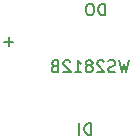
<source format=gbo>
%TF.GenerationSoftware,KiCad,Pcbnew,5.0.0-fee4fd1~66~ubuntu16.04.1*%
%TF.CreationDate,2018-09-24T22:02:00-07:00*%
%TF.ProjectId,2x2-LED-RGB-NeoPixel-SMT,3278322D4C45442D5247422D4E656F50,v1.1*%
%TF.SameCoordinates,Original*%
%TF.FileFunction,Legend,Bot*%
%TF.FilePolarity,Positive*%
%FSLAX46Y46*%
G04 Gerber Fmt 4.6, Leading zero omitted, Abs format (unit mm)*
G04 Created by KiCad (PCBNEW 5.0.0-fee4fd1~66~ubuntu16.04.1) date Mon Sep 24 22:02:00 2018*
%MOMM*%
%LPD*%
G01*
G04 APERTURE LIST*
%ADD10C,0.150000*%
%ADD11C,0.800000*%
%ADD12C,6.152400*%
G04 APERTURE END LIST*
D10*
X13473954Y-53777964D02*
X13473954Y-52777964D01*
X13235858Y-52777964D01*
X13093001Y-52825584D01*
X12997763Y-52920822D01*
X12950144Y-53016060D01*
X12902525Y-53206536D01*
X12902525Y-53349393D01*
X12950144Y-53539869D01*
X12997763Y-53635107D01*
X13093001Y-53730345D01*
X13235858Y-53777964D01*
X13473954Y-53777964D01*
X12473954Y-53777964D02*
X12473954Y-52777964D01*
X14659668Y-43677964D02*
X14659668Y-42677964D01*
X14421573Y-42677964D01*
X14278715Y-42725584D01*
X14183477Y-42820822D01*
X14135858Y-42916060D01*
X14088239Y-43106536D01*
X14088239Y-43249393D01*
X14135858Y-43439869D01*
X14183477Y-43535107D01*
X14278715Y-43630345D01*
X14421573Y-43677964D01*
X14659668Y-43677964D01*
X13469192Y-42677964D02*
X13278715Y-42677964D01*
X13183477Y-42725584D01*
X13088239Y-42820822D01*
X13040620Y-43011298D01*
X13040620Y-43344631D01*
X13088239Y-43535107D01*
X13183477Y-43630345D01*
X13278715Y-43677964D01*
X13469192Y-43677964D01*
X13564430Y-43630345D01*
X13659668Y-43535107D01*
X13707287Y-43344631D01*
X13707287Y-43011298D01*
X13659668Y-42820822D01*
X13564430Y-42725584D01*
X13469192Y-42677964D01*
X6854906Y-45897012D02*
X6093001Y-45897012D01*
X6473954Y-46277964D02*
X6473954Y-45516060D01*
X16683477Y-47477964D02*
X16445382Y-48477964D01*
X16254906Y-47763679D01*
X16064430Y-48477964D01*
X15826334Y-47477964D01*
X15493001Y-48430345D02*
X15350144Y-48477964D01*
X15112049Y-48477964D01*
X15016811Y-48430345D01*
X14969192Y-48382726D01*
X14921573Y-48287488D01*
X14921573Y-48192250D01*
X14969192Y-48097012D01*
X15016811Y-48049393D01*
X15112049Y-48001774D01*
X15302525Y-47954155D01*
X15397763Y-47906536D01*
X15445382Y-47858917D01*
X15493001Y-47763679D01*
X15493001Y-47668441D01*
X15445382Y-47573203D01*
X15397763Y-47525584D01*
X15302525Y-47477964D01*
X15064430Y-47477964D01*
X14921573Y-47525584D01*
X14540620Y-47573203D02*
X14493001Y-47525584D01*
X14397763Y-47477964D01*
X14159668Y-47477964D01*
X14064430Y-47525584D01*
X14016811Y-47573203D01*
X13969192Y-47668441D01*
X13969192Y-47763679D01*
X14016811Y-47906536D01*
X14588239Y-48477964D01*
X13969192Y-48477964D01*
X13397763Y-47906536D02*
X13493001Y-47858917D01*
X13540620Y-47811298D01*
X13588239Y-47716060D01*
X13588239Y-47668441D01*
X13540620Y-47573203D01*
X13493001Y-47525584D01*
X13397763Y-47477964D01*
X13207287Y-47477964D01*
X13112049Y-47525584D01*
X13064430Y-47573203D01*
X13016811Y-47668441D01*
X13016811Y-47716060D01*
X13064430Y-47811298D01*
X13112049Y-47858917D01*
X13207287Y-47906536D01*
X13397763Y-47906536D01*
X13493001Y-47954155D01*
X13540620Y-48001774D01*
X13588239Y-48097012D01*
X13588239Y-48287488D01*
X13540620Y-48382726D01*
X13493001Y-48430345D01*
X13397763Y-48477964D01*
X13207287Y-48477964D01*
X13112049Y-48430345D01*
X13064430Y-48382726D01*
X13016811Y-48287488D01*
X13016811Y-48097012D01*
X13064430Y-48001774D01*
X13112049Y-47954155D01*
X13207287Y-47906536D01*
X12064430Y-48477964D02*
X12635858Y-48477964D01*
X12350144Y-48477964D02*
X12350144Y-47477964D01*
X12445382Y-47620822D01*
X12540620Y-47716060D01*
X12635858Y-47763679D01*
X11683477Y-47573203D02*
X11635858Y-47525584D01*
X11540620Y-47477964D01*
X11302525Y-47477964D01*
X11207287Y-47525584D01*
X11159668Y-47573203D01*
X11112049Y-47668441D01*
X11112049Y-47763679D01*
X11159668Y-47906536D01*
X11731096Y-48477964D01*
X11112049Y-48477964D01*
X10350144Y-47954155D02*
X10207287Y-48001774D01*
X10159668Y-48049393D01*
X10112049Y-48144631D01*
X10112049Y-48287488D01*
X10159668Y-48382726D01*
X10207287Y-48430345D01*
X10302525Y-48477964D01*
X10683477Y-48477964D01*
X10683477Y-47477964D01*
X10350144Y-47477964D01*
X10254906Y-47525584D01*
X10207287Y-47573203D01*
X10159668Y-47668441D01*
X10159668Y-47763679D01*
X10207287Y-47858917D01*
X10254906Y-47906536D01*
X10350144Y-47954155D01*
X10683477Y-47954155D01*
%LPC*%
D11*
X19096767Y-46665693D02*
G75*
G03X15673954Y-41625584I-1497813J2665109D01*
G01*
X8051141Y-49385475D02*
G75*
G03X11473954Y-54425584I1497813J-2665109D01*
G01*
D12*
X17573954Y-52025584D03*
X9573954Y-44025584D03*
M02*

</source>
